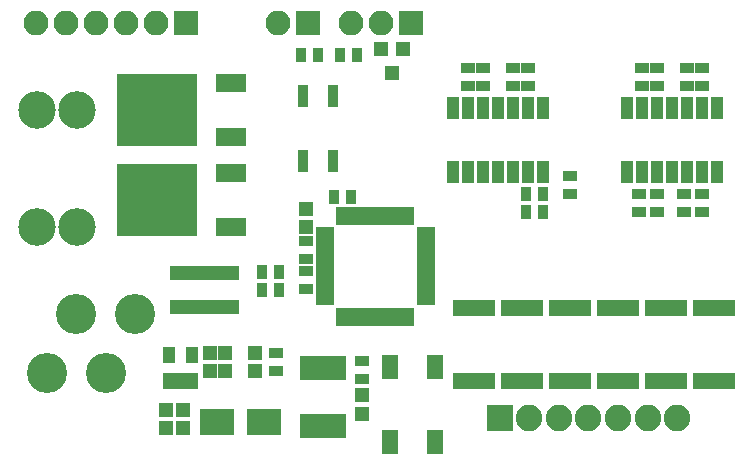
<source format=gbr>
G04 #@! TF.FileFunction,Soldermask,Top*
%FSLAX46Y46*%
G04 Gerber Fmt 4.6, Leading zero omitted, Abs format (unit mm)*
G04 Created by KiCad (PCBNEW 4.0.7) date 05/04/18 22:28:11*
%MOMM*%
%LPD*%
G01*
G04 APERTURE LIST*
%ADD10C,0.100000*%
%ADD11R,1.200000X1.150000*%
%ADD12R,1.150000X1.200000*%
%ADD13R,2.900000X2.200000*%
%ADD14R,1.200000X1.200000*%
%ADD15R,1.200000X1.300000*%
%ADD16R,3.900000X2.000000*%
%ADD17C,3.180000*%
%ADD18R,2.250000X2.250000*%
%ADD19C,2.250000*%
%ADD20C,3.400000*%
%ADD21R,2.100000X2.100000*%
%ADD22O,2.100000X2.100000*%
%ADD23R,2.600000X1.600000*%
%ADD24R,6.800000X6.200000*%
%ADD25R,3.600000X1.400000*%
%ADD26R,1.300000X0.900000*%
%ADD27R,0.900000X1.300000*%
%ADD28R,2.100000X1.300000*%
%ADD29R,1.400000X2.100000*%
%ADD30R,1.000000X1.900000*%
%ADD31R,1.050000X1.460000*%
%ADD32R,0.950000X1.850000*%
%ADD33R,1.600000X1.000000*%
%ADD34R,1.000000X1.600000*%
G04 APERTURE END LIST*
D10*
D11*
X55130000Y-75184000D03*
X56630000Y-75184000D03*
X56630000Y-73660000D03*
X55130000Y-73660000D03*
D12*
X58928000Y-68846000D03*
X58928000Y-70346000D03*
X60198000Y-70346000D03*
X60198000Y-68846000D03*
X67056000Y-56654000D03*
X67056000Y-58154000D03*
X62738000Y-70346000D03*
X62738000Y-68846000D03*
D13*
X63468000Y-74676000D03*
X59468000Y-74676000D03*
D14*
X71755000Y-72352000D03*
X71755000Y-73952000D03*
D15*
X75245000Y-43069000D03*
X73345000Y-43069000D03*
X74295000Y-45069000D03*
D16*
X68453000Y-74957000D03*
X68453000Y-70077000D03*
D17*
X47625000Y-48260000D03*
X44225000Y-48260000D03*
X47625000Y-58180000D03*
X44225000Y-58180000D03*
D18*
X83439000Y-74295000D03*
D19*
X85939000Y-74295000D03*
X88439000Y-74295000D03*
X90939000Y-74295000D03*
X93439000Y-74295000D03*
X95939000Y-74295000D03*
X98439000Y-74295000D03*
D20*
X52584360Y-65483740D03*
X50085000Y-70485000D03*
X45085000Y-70485000D03*
X47584360Y-65483740D03*
D21*
X67183000Y-40894000D03*
D22*
X64643000Y-40894000D03*
D21*
X56896000Y-40894000D03*
D22*
X54356000Y-40894000D03*
X51816000Y-40894000D03*
X49276000Y-40894000D03*
X46736000Y-40894000D03*
X44196000Y-40894000D03*
D21*
X75946000Y-40894000D03*
D22*
X73406000Y-40894000D03*
X70866000Y-40894000D03*
D23*
X60715000Y-50540000D03*
X60715000Y-45980000D03*
D24*
X54415000Y-48260000D03*
D23*
X60715000Y-58160000D03*
X60715000Y-53600000D03*
D24*
X54415000Y-55880000D03*
D25*
X81280000Y-71172000D03*
X81280000Y-64972000D03*
X85344000Y-71172000D03*
X85344000Y-64972000D03*
X89408000Y-71172000D03*
X89408000Y-64972000D03*
X93472000Y-71172000D03*
X93472000Y-64972000D03*
X97536000Y-71172000D03*
X97536000Y-64972000D03*
X101600000Y-71172000D03*
X101600000Y-64972000D03*
D26*
X99314000Y-46216000D03*
X99314000Y-44716000D03*
X100584000Y-46216000D03*
X100584000Y-44716000D03*
X96774000Y-46216000D03*
X96774000Y-44716000D03*
X95504000Y-46216000D03*
X95504000Y-44716000D03*
X96774000Y-55384000D03*
X96774000Y-56884000D03*
X95250000Y-55384000D03*
X95250000Y-56884000D03*
X99060000Y-55384000D03*
X99060000Y-56884000D03*
X100584000Y-55384000D03*
X100584000Y-56884000D03*
X84582000Y-46216000D03*
X84582000Y-44716000D03*
X85852000Y-46216000D03*
X85852000Y-44716000D03*
X82042000Y-46216000D03*
X82042000Y-44716000D03*
X80772000Y-46216000D03*
X80772000Y-44716000D03*
D27*
X85610000Y-56896000D03*
X87110000Y-56896000D03*
D26*
X89408000Y-55360000D03*
X89408000Y-53860000D03*
D27*
X87110000Y-55372000D03*
X85610000Y-55372000D03*
D26*
X71755000Y-69481000D03*
X71755000Y-70981000D03*
X67056000Y-63361000D03*
X67056000Y-61861000D03*
X67056000Y-59321000D03*
X67056000Y-60821000D03*
D27*
X70854000Y-55626000D03*
X69354000Y-55626000D03*
X64758000Y-61976000D03*
X63258000Y-61976000D03*
X64758000Y-63500000D03*
X63258000Y-63500000D03*
D28*
X58420000Y-64950000D03*
X58420000Y-62050000D03*
X60325000Y-64950000D03*
X60325000Y-62050000D03*
X56515000Y-64950000D03*
X56515000Y-62050000D03*
D27*
X66560000Y-43561000D03*
X68060000Y-43561000D03*
X69862000Y-43561000D03*
X71362000Y-43561000D03*
D26*
X64516000Y-70346000D03*
X64516000Y-68846000D03*
D29*
X74173000Y-76302000D03*
X74173000Y-70002000D03*
X77973000Y-76302000D03*
X77973000Y-70002000D03*
D30*
X101854000Y-48100000D03*
X100584000Y-48100000D03*
X99314000Y-48100000D03*
X98044000Y-48100000D03*
X96774000Y-48100000D03*
X95504000Y-48100000D03*
X94234000Y-48100000D03*
X94234000Y-53500000D03*
X95504000Y-53500000D03*
X96774000Y-53500000D03*
X98044000Y-53500000D03*
X99314000Y-53500000D03*
X100584000Y-53500000D03*
X101854000Y-53500000D03*
X87122000Y-48100000D03*
X85852000Y-48100000D03*
X84582000Y-48100000D03*
X83312000Y-48100000D03*
X82042000Y-48100000D03*
X80772000Y-48100000D03*
X79502000Y-48100000D03*
X79502000Y-53500000D03*
X80772000Y-53500000D03*
X82042000Y-53500000D03*
X83312000Y-53500000D03*
X84582000Y-53500000D03*
X85852000Y-53500000D03*
X87122000Y-53500000D03*
D31*
X55438000Y-71204000D03*
X56388000Y-71204000D03*
X57338000Y-71204000D03*
X57338000Y-69004000D03*
X55438000Y-69004000D03*
D32*
X69342000Y-47034000D03*
X66802000Y-47034000D03*
X66802000Y-52534000D03*
X69342000Y-52534000D03*
D33*
X68648000Y-58668000D03*
X68648000Y-59468000D03*
X68648000Y-60268000D03*
X68648000Y-61068000D03*
X68648000Y-61868000D03*
X68648000Y-62668000D03*
X68648000Y-63468000D03*
X68648000Y-64268000D03*
D34*
X70098000Y-65718000D03*
X70898000Y-65718000D03*
X71698000Y-65718000D03*
X72498000Y-65718000D03*
X73298000Y-65718000D03*
X74098000Y-65718000D03*
X74898000Y-65718000D03*
X75698000Y-65718000D03*
D33*
X77148000Y-64268000D03*
X77148000Y-63468000D03*
X77148000Y-62668000D03*
X77148000Y-61868000D03*
X77148000Y-61068000D03*
X77148000Y-60268000D03*
X77148000Y-59468000D03*
X77148000Y-58668000D03*
D34*
X75698000Y-57218000D03*
X74898000Y-57218000D03*
X74098000Y-57218000D03*
X73298000Y-57218000D03*
X72498000Y-57218000D03*
X71698000Y-57218000D03*
X70898000Y-57218000D03*
X70098000Y-57218000D03*
M02*

</source>
